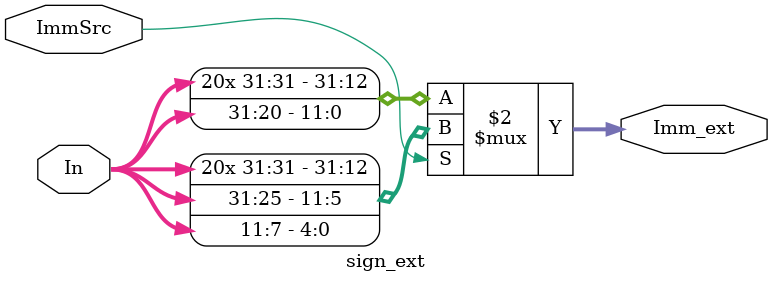
<source format=v>
module sign_ext (In,Imm_ext,ImmSrc);



input [31:0]In;
    input ImmSrc;
    output [31:0]Imm_ext;

    assign Imm_ext = (ImmSrc == 1'b1) ? ({{20{In[31]}},In[31:25],In[11:7]}):
                                        {{20{In[31]}},In[31:20]};
endmodule
</source>
